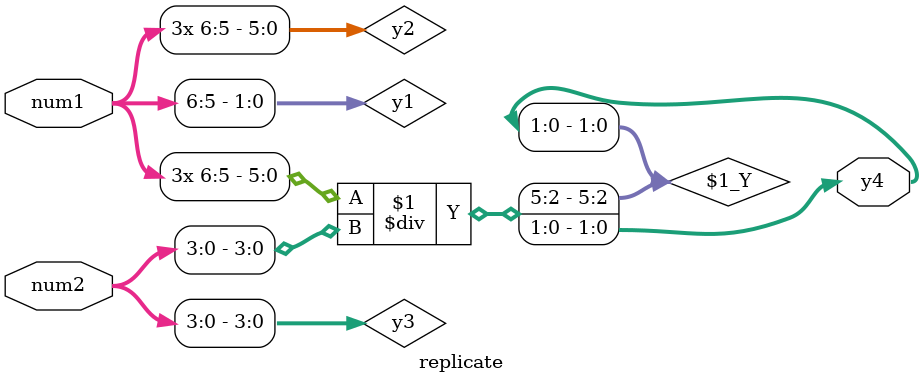
<source format=v>
`timescale 1ns / 1ps


module replicate(num1,num2,y4);
    input [7:0] num1;
    input [7:0] num2;
    wire [1:0] y1;
    wire [5:0] y2;
    wire [3:0] y3;
    output [1:0] y4;

    assign y1=num1[6:5];
    assign y2={3{y1}};
    assign y3=num2[3:0];
    assign y4=y2/y3;
endmodule

</source>
